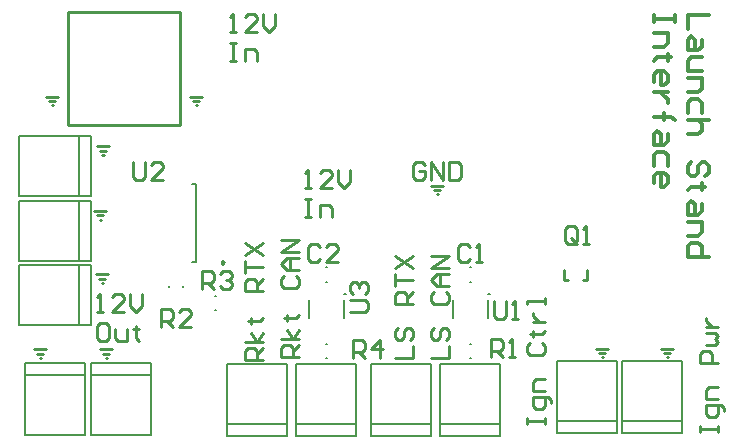
<source format=gto>
G04*
G04 #@! TF.GenerationSoftware,Altium Limited,Altium Designer,19.1.5 (86)*
G04*
G04 Layer_Color=65535*
%FSLAX25Y25*%
%MOIN*%
G70*
G01*
G75*
%ADD10C,0.00984*%
%ADD11C,0.00600*%
%ADD12C,0.01000*%
%ADD13C,0.00787*%
%ADD14C,0.00750*%
%ADD15C,0.01200*%
D10*
X70965Y60453D02*
X70226Y60879D01*
Y60027D01*
X70965Y60453D01*
D11*
X159505Y50012D02*
X158905D01*
X159505D01*
X111505D02*
X110906D01*
X111505D01*
D12*
X31400Y28600D02*
X31800D01*
X30500Y30000D02*
X32500D01*
X29500Y31500D02*
X33500D01*
X9400Y28600D02*
X9800D01*
X8500Y30000D02*
X10500D01*
X7500Y31500D02*
X11500D01*
Y115673D02*
X15500D01*
X12500Y114173D02*
X14500D01*
X13400Y112773D02*
X13800D01*
X59614Y115673D02*
X63614D01*
X60614Y114173D02*
X62614D01*
X61514Y112773D02*
X61914D01*
X216700Y31700D02*
X220700D01*
X217700Y30200D02*
X219700D01*
X218600Y28800D02*
X219000D01*
X194900Y31700D02*
X198900D01*
X195900Y30200D02*
X197900D01*
X196800Y28800D02*
X197200D01*
X28322Y56441D02*
X32322D01*
X29322Y54941D02*
X31322D01*
X30222Y53541D02*
X30622D01*
X27600Y77600D02*
X31600D01*
X28600Y76100D02*
X30600D01*
X29500Y74700D02*
X29900D01*
X28422Y99200D02*
X32422D01*
X29422Y97700D02*
X31422D01*
X30322Y96300D02*
X30722D01*
X141747Y83100D02*
X142147D01*
X140847Y84500D02*
X142847D01*
X139847Y86000D02*
X143847D01*
X56201Y106102D02*
Y143898D01*
X18799D02*
X56201D01*
X18799Y106102D02*
Y143898D01*
Y106102D02*
X56201D01*
X191937Y54605D02*
Y57754D01*
X190559Y54605D02*
X191937D01*
X184063D02*
Y57754D01*
Y54605D02*
X185441D01*
X98000Y85298D02*
X99999D01*
X99000D01*
Y91296D01*
X98000Y90296D01*
X106997Y85298D02*
X102998D01*
X106997Y89296D01*
Y90296D01*
X105997Y91296D01*
X103998D01*
X102998Y90296D01*
X108996Y91296D02*
Y87297D01*
X110996Y85298D01*
X112995Y87297D01*
Y91296D01*
X98000Y81698D02*
X99999D01*
X99000D01*
Y75700D01*
X98000D01*
X99999D01*
X102998D02*
Y79699D01*
X105997D01*
X106997Y78699D01*
Y75700D01*
X73000Y137098D02*
X74999D01*
X74000D01*
Y143096D01*
X73000Y142096D01*
X81997Y137098D02*
X77998D01*
X81997Y141096D01*
Y142096D01*
X80997Y143096D01*
X78998D01*
X77998Y142096D01*
X83996Y143096D02*
Y139097D01*
X85996Y137098D01*
X87995Y139097D01*
Y143096D01*
X73000Y133498D02*
X74999D01*
X74000D01*
Y127500D01*
X73000D01*
X74999D01*
X77998D02*
Y131499D01*
X80997D01*
X81997Y130499D01*
Y127500D01*
X28600Y43960D02*
X30599D01*
X29600D01*
Y49958D01*
X28600Y48958D01*
X37597Y43960D02*
X33598D01*
X37597Y47959D01*
Y48958D01*
X36597Y49958D01*
X34598D01*
X33598Y48958D01*
X39596Y49958D02*
Y45959D01*
X41596Y43960D01*
X43595Y45959D01*
Y49958D01*
X31599Y40360D02*
X29600D01*
X28600Y39361D01*
Y35362D01*
X29600Y34362D01*
X31599D01*
X32599Y35362D01*
Y39361D01*
X31599Y40360D01*
X34598Y38361D02*
Y35362D01*
X35598Y34362D01*
X38597D01*
Y38361D01*
X41596Y39361D02*
Y38361D01*
X40596D01*
X42595D01*
X41596D01*
Y35362D01*
X42595Y34362D01*
X137845Y92998D02*
X136846Y93998D01*
X134846D01*
X133847Y92998D01*
Y89000D01*
X134846Y88000D01*
X136846D01*
X137845Y89000D01*
Y90999D01*
X135846D01*
X139845Y88000D02*
Y93998D01*
X143843Y88000D01*
Y93998D01*
X145843D02*
Y88000D01*
X148842D01*
X149841Y89000D01*
Y92998D01*
X148842Y93998D01*
X145843D01*
X140002Y28500D02*
X146000D01*
Y32499D01*
X141002Y38497D02*
X140002Y37497D01*
Y35498D01*
X141002Y34498D01*
X142001D01*
X143001Y35498D01*
Y37497D01*
X144001Y38497D01*
X145000D01*
X146000Y37497D01*
Y35498D01*
X145000Y34498D01*
X141002Y50493D02*
X140002Y49493D01*
Y47494D01*
X141002Y46494D01*
X145000D01*
X146000Y47494D01*
Y49493D01*
X145000Y50493D01*
X146000Y52492D02*
X142001D01*
X140002Y54492D01*
X142001Y56491D01*
X146000D01*
X143001D01*
Y52492D01*
X146000Y58490D02*
X140002D01*
X146000Y62489D01*
X140002D01*
X128002Y28638D02*
X134000D01*
Y32636D01*
X129002Y38635D02*
X128002Y37635D01*
Y35636D01*
X129002Y34636D01*
X130001D01*
X131001Y35636D01*
Y37635D01*
X132001Y38635D01*
X133000D01*
X134000Y37635D01*
Y35636D01*
X133000Y34636D01*
X134000Y46632D02*
X128002D01*
Y49631D01*
X129002Y50631D01*
X131001D01*
X132001Y49631D01*
Y46632D01*
Y48631D02*
X134000Y50631D01*
X128002Y52630D02*
Y56629D01*
Y54629D01*
X134000D01*
X128002Y58628D02*
X134000Y62627D01*
X128002D02*
X134000Y58628D01*
X96000Y29000D02*
X90002D01*
Y31999D01*
X91002Y32999D01*
X93001D01*
X94001Y31999D01*
Y29000D01*
Y30999D02*
X96000Y32999D01*
Y34998D02*
X90002D01*
X94001D02*
X92001Y37997D01*
X94001Y34998D02*
X96000Y37997D01*
X91002Y41996D02*
X92001D01*
Y40996D01*
Y42996D01*
Y41996D01*
X95000D01*
X96000Y42996D01*
X91002Y55991D02*
X90002Y54992D01*
Y52992D01*
X91002Y51993D01*
X95000D01*
X96000Y52992D01*
Y54992D01*
X95000Y55991D01*
X96000Y57991D02*
X92001D01*
X90002Y59990D01*
X92001Y61989D01*
X96000D01*
X93001D01*
Y57991D01*
X96000Y63989D02*
X90002D01*
X96000Y67987D01*
X90002D01*
X84000Y28000D02*
X78002D01*
Y30999D01*
X79002Y31999D01*
X81001D01*
X82001Y30999D01*
Y28000D01*
Y29999D02*
X84000Y31999D01*
Y33998D02*
X78002D01*
X82001D02*
X80001Y36997D01*
X82001Y33998D02*
X84000Y36997D01*
X79002Y40996D02*
X80001D01*
Y39996D01*
Y41995D01*
Y40996D01*
X83000D01*
X84000Y41995D01*
Y50993D02*
X78002D01*
Y53992D01*
X79002Y54991D01*
X81001D01*
X82001Y53992D01*
Y50993D01*
Y52992D02*
X84000Y54991D01*
X78002Y56991D02*
Y60989D01*
Y58990D01*
X84000D01*
X78002Y62989D02*
X84000Y66987D01*
X78002D02*
X84000Y62989D01*
X172002Y6500D02*
Y8499D01*
Y7500D01*
X178000D01*
Y6500D01*
Y8499D01*
X179999Y13498D02*
Y14497D01*
X179000Y15497D01*
X174001D01*
Y12498D01*
X175001Y11498D01*
X177000D01*
X178000Y12498D01*
Y15497D01*
Y17496D02*
X174001D01*
Y20495D01*
X175001Y21495D01*
X178000D01*
X173002Y33491D02*
X172002Y32492D01*
Y30492D01*
X173002Y29493D01*
X177000D01*
X178000Y30492D01*
Y32492D01*
X177000Y33491D01*
X173002Y36490D02*
X174001D01*
Y35491D01*
Y37490D01*
Y36490D01*
X177000D01*
X178000Y37490D01*
X174001Y40489D02*
X178000D01*
X176001D01*
X175001Y41489D01*
X174001Y42488D01*
Y43488D01*
X178000Y46487D02*
Y48486D01*
Y47487D01*
X172002D01*
Y46487D01*
X229602Y3800D02*
Y5799D01*
Y4800D01*
X235600D01*
Y3800D01*
Y5799D01*
X237599Y10798D02*
Y11797D01*
X236600Y12797D01*
X231601D01*
Y9798D01*
X232601Y8798D01*
X234600D01*
X235600Y9798D01*
Y12797D01*
Y14796D02*
X231601D01*
Y17796D01*
X232601Y18795D01*
X235600D01*
Y26793D02*
X229602D01*
Y29792D01*
X230602Y30791D01*
X232601D01*
X233601Y29792D01*
Y26793D01*
X231601Y32791D02*
X234600D01*
X235600Y33790D01*
X234600Y34790D01*
X235600Y35790D01*
X234600Y36789D01*
X231601D01*
Y38789D02*
X235600D01*
X233601D01*
X232601Y39788D01*
X231601Y40788D01*
Y41788D01*
X188558Y67511D02*
Y71509D01*
X187558Y72509D01*
X185559D01*
X184559Y71509D01*
Y67511D01*
X185559Y66511D01*
X187558D01*
X186558Y68510D02*
X188558Y66511D01*
X187558D02*
X188558Y67511D01*
X190557Y66511D02*
X192557D01*
X191557D01*
Y72509D01*
X190557Y71509D01*
X113002Y44000D02*
X118000D01*
X119000Y45000D01*
Y46999D01*
X118000Y47999D01*
X113002D01*
X114002Y49998D02*
X113002Y50998D01*
Y52997D01*
X114002Y53997D01*
X115001D01*
X116001Y52997D01*
Y51997D01*
Y52997D01*
X117001Y53997D01*
X118000D01*
X119000Y52997D01*
Y50998D01*
X118000Y49998D01*
X40500Y93998D02*
Y89000D01*
X41500Y88000D01*
X43499D01*
X44499Y89000D01*
Y93998D01*
X50497Y88000D02*
X46498D01*
X50497Y91999D01*
Y92998D01*
X49497Y93998D01*
X47498D01*
X46498Y92998D01*
X161000Y47498D02*
Y42500D01*
X162000Y41500D01*
X163999D01*
X164999Y42500D01*
Y47498D01*
X166998Y41500D02*
X168997D01*
X167998D01*
Y47498D01*
X166998Y46498D01*
X114000Y28500D02*
Y34498D01*
X116999D01*
X117999Y33498D01*
Y31499D01*
X116999Y30499D01*
X114000D01*
X115999D02*
X117999Y28500D01*
X122997D02*
Y34498D01*
X119998Y31499D01*
X123997D01*
X63614Y51500D02*
Y57498D01*
X66613D01*
X67613Y56498D01*
Y54499D01*
X66613Y53499D01*
X63614D01*
X65614D02*
X67613Y51500D01*
X69612Y56498D02*
X70612Y57498D01*
X72611D01*
X73611Y56498D01*
Y55499D01*
X72611Y54499D01*
X71612D01*
X72611D01*
X73611Y53499D01*
Y52500D01*
X72611Y51500D01*
X70612D01*
X69612Y52500D01*
X50000Y39000D02*
Y44998D01*
X52999D01*
X53999Y43998D01*
Y41999D01*
X52999Y40999D01*
X50000D01*
X51999D02*
X53999Y39000D01*
X59997D02*
X55998D01*
X59997Y42999D01*
Y43998D01*
X58997Y44998D01*
X56998D01*
X55998Y43998D01*
X160000Y29000D02*
Y34998D01*
X162999D01*
X163999Y33998D01*
Y31999D01*
X162999Y30999D01*
X160000D01*
X161999D02*
X163999Y29000D01*
X165998D02*
X167997D01*
X166998D01*
Y34998D01*
X165998Y33998D01*
X102999Y65498D02*
X101999Y66498D01*
X100000D01*
X99000Y65498D01*
Y61500D01*
X100000Y60500D01*
X101999D01*
X102999Y61500D01*
X108997Y60500D02*
X104998D01*
X108997Y64499D01*
Y65498D01*
X107997Y66498D01*
X105998D01*
X104998Y65498D01*
X152999D02*
X151999Y66498D01*
X150000D01*
X149000Y65498D01*
Y61500D01*
X150000Y60500D01*
X151999D01*
X152999Y61500D01*
X154998Y60500D02*
X156997D01*
X155998D01*
Y66498D01*
X154998Y65498D01*
D13*
X46500Y3000D02*
Y5000D01*
X42500Y3000D02*
X46500D01*
X26500D02*
X42500D01*
X46500Y4000D02*
Y27000D01*
X26500Y23000D02*
X46500D01*
X26500Y27000D02*
X46500D01*
X26500Y3000D02*
Y27000D01*
X24500Y3000D02*
Y5000D01*
X20500Y3000D02*
X24500D01*
X4500D02*
X20500D01*
X24500Y4000D02*
Y27000D01*
X4500Y23000D02*
X24500D01*
X4500Y27000D02*
X24500D01*
X4500Y3000D02*
Y27000D01*
X2500Y82500D02*
X4500D01*
X2500D02*
Y86500D01*
Y102500D01*
X3500Y82500D02*
X26500D01*
X22500D02*
Y102500D01*
X26500Y82500D02*
Y102500D01*
X2500D02*
X26500D01*
X92000Y2500D02*
Y26500D01*
X72000Y2500D02*
X92000D01*
X72000Y6500D02*
X92000D01*
X72000Y2500D02*
Y25500D01*
X76000Y26500D02*
X92000D01*
X72000D02*
X76000D01*
X72000Y24500D02*
Y26500D01*
X223700Y3500D02*
Y27500D01*
X203700Y3500D02*
X223700D01*
X203700Y7500D02*
X223700D01*
X203700Y3500D02*
Y26500D01*
X207700Y27500D02*
X223700D01*
X203700D02*
X207700D01*
X203700Y25500D02*
Y27500D01*
X2500Y81000D02*
X26500D01*
Y61000D02*
Y81000D01*
X22500Y61000D02*
Y81000D01*
X3500Y61000D02*
X26500D01*
X2500Y65000D02*
Y81000D01*
Y61000D02*
Y65000D01*
Y61000D02*
X4500D01*
X2500Y59618D02*
X26500D01*
Y39618D02*
Y59618D01*
X22500Y39618D02*
Y59618D01*
X3500Y39618D02*
X26500D01*
X2500Y43618D02*
Y59618D01*
Y39618D02*
Y43618D01*
Y39618D02*
X4500D01*
X57254Y52185D02*
Y52579D01*
X52530Y52185D02*
Y52579D01*
X67803Y49362D02*
X68197D01*
X67803Y44638D02*
X68197D01*
X60039Y60472D02*
X61614D01*
X60039Y86457D02*
X61614D01*
Y60472D02*
Y86457D01*
X152803Y58961D02*
X153197D01*
X152803Y54039D02*
X153197D01*
X104803Y58961D02*
X105197D01*
X104803Y54039D02*
X105197D01*
X140000Y2500D02*
Y26500D01*
X120000Y2500D02*
X140000D01*
X120000Y6500D02*
X140000D01*
X120000Y2500D02*
Y25500D01*
X124000Y26500D02*
X140000D01*
X120000D02*
X124000D01*
X120000Y24500D02*
Y26500D01*
X104803Y28638D02*
X105197D01*
X104803Y33362D02*
X105197D01*
X115000Y2500D02*
Y26500D01*
X95000Y2500D02*
X115000D01*
X95000Y6500D02*
X115000D01*
X95000Y2500D02*
Y25500D01*
X99000Y26500D02*
X115000D01*
X95000D02*
X99000D01*
X95000Y24500D02*
Y26500D01*
X152803Y28638D02*
X153197D01*
X152803Y33362D02*
X153197D01*
X163000Y2500D02*
Y26500D01*
X143000Y2500D02*
X163000D01*
X143000Y6500D02*
X163000D01*
X143000Y2500D02*
Y25500D01*
X147000Y26500D02*
X163000D01*
X143000D02*
X147000D01*
X143000Y24500D02*
Y26500D01*
X181900Y25500D02*
Y27500D01*
X185900D01*
X201900D01*
X181900Y3500D02*
Y26500D01*
Y7500D02*
X201900D01*
X181900Y3500D02*
X201900D01*
Y27500D01*
D14*
X158748Y41941D02*
Y47846D01*
X147331Y41941D02*
Y47846D01*
X110748Y41941D02*
Y47846D01*
X99331Y41941D02*
Y47846D01*
D15*
X232475Y142800D02*
X225477D01*
Y138135D01*
X230142Y134636D02*
Y132303D01*
X228976Y131137D01*
X225477D01*
Y134636D01*
X226644Y135802D01*
X227810Y134636D01*
Y131137D01*
X230142Y128805D02*
X226644D01*
X225477Y127638D01*
Y124139D01*
X230142D01*
X225477Y121807D02*
X230142D01*
Y118308D01*
X228976Y117142D01*
X225477D01*
X230142Y110144D02*
Y113643D01*
X228976Y114809D01*
X226644D01*
X225477Y113643D01*
Y110144D01*
X232475Y107811D02*
X225477D01*
X228976D01*
X230142Y106645D01*
Y104312D01*
X228976Y103146D01*
X225477D01*
X231309Y89151D02*
X232475Y90317D01*
Y92650D01*
X231309Y93816D01*
X230142D01*
X228976Y92650D01*
Y90317D01*
X227810Y89151D01*
X226644D01*
X225477Y90317D01*
Y92650D01*
X226644Y93816D01*
X231309Y85652D02*
X230142D01*
Y86818D01*
Y84486D01*
Y85652D01*
X226644D01*
X225477Y84486D01*
X230142Y79820D02*
Y77488D01*
X228976Y76322D01*
X225477D01*
Y79820D01*
X226644Y80987D01*
X227810Y79820D01*
Y76322D01*
X225477Y73989D02*
X230142D01*
Y70490D01*
X228976Y69324D01*
X225477D01*
X232475Y62326D02*
X225477D01*
Y65825D01*
X226644Y66991D01*
X228976D01*
X230142Y65825D01*
Y62326D01*
X221198Y142800D02*
Y140467D01*
Y141634D01*
X214200D01*
Y142800D01*
Y140467D01*
Y136969D02*
X218865D01*
Y133470D01*
X217699Y132303D01*
X214200D01*
X220031Y128805D02*
X218865D01*
Y129971D01*
Y127638D01*
Y128805D01*
X215366D01*
X214200Y127638D01*
Y120641D02*
Y122973D01*
X215366Y124139D01*
X217699D01*
X218865Y122973D01*
Y120641D01*
X217699Y119474D01*
X216533D01*
Y124139D01*
X218865Y117142D02*
X214200D01*
X216533D01*
X217699Y115975D01*
X218865Y114809D01*
Y113643D01*
X214200Y108978D02*
X220031D01*
X217699D01*
Y110144D01*
Y107811D01*
Y108978D01*
X220031D01*
X221198Y107811D01*
X218865Y103146D02*
Y100814D01*
X217699Y99647D01*
X214200D01*
Y103146D01*
X215366Y104312D01*
X216533Y103146D01*
Y99647D01*
X218865Y92650D02*
Y96148D01*
X217699Y97315D01*
X215366D01*
X214200Y96148D01*
Y92650D01*
Y86818D02*
Y89151D01*
X215366Y90317D01*
X217699D01*
X218865Y89151D01*
Y86818D01*
X217699Y85652D01*
X216533D01*
Y90317D01*
M02*

</source>
